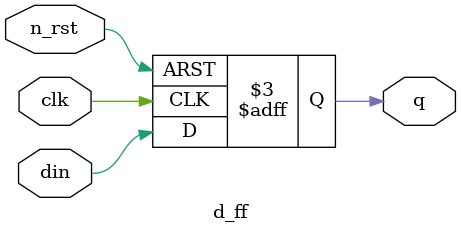
<source format=v>
`timescale 1ns / 1ps

module d_ff(output reg q,
            input clk,
            input n_rst,
            input din);
    
    always @(posedge clk or negedge n_rst)
    begin
        if (!n_rst)
            q <= 1'b0;
        else
            q <= din;
    end
endmodule

</source>
